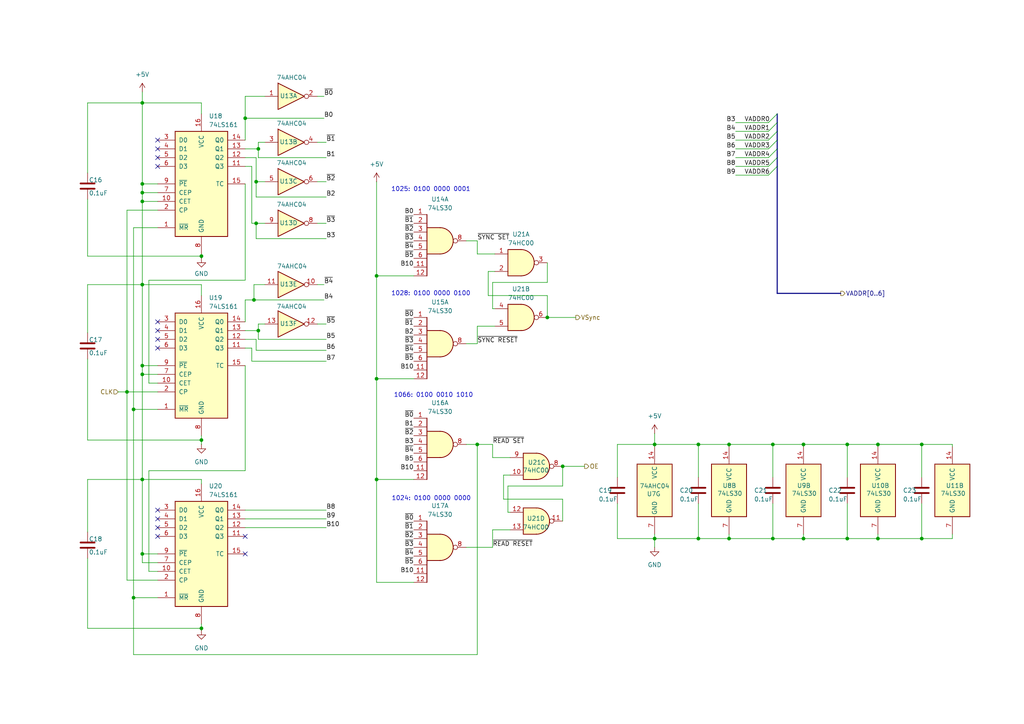
<source format=kicad_sch>
(kicad_sch (version 20250114) (generator "eeschema") (generator_version "9.0")
  (paper "A4")
  (lib_symbols
    (symbol "74xx:74AHC04"
      (property "Reference" "U" (at 0 1.27 0))
      (property "Value" "74AHC04" (at 0 -1.27 0))
      (symbol "74AHC04_1_0"
        (polyline (pts (xy -3.81 3.81) (xy -3.81 -3.81) (xy 3.81 0) (xy -3.81 3.81)) (stroke (width 0.254)) (fill (type background)))
        (pin input line (at -7.62 0 0) (length 3.81) (name "~") (number "1"))
        (pin output inverted (at 7.62 0 180) (length 3.81) (name "~") (number "2"))
      )
      (symbol "74AHC04_2_0"
        (polyline (pts (xy -3.81 3.81) (xy -3.81 -3.81) (xy 3.81 0) (xy -3.81 3.81)) (stroke (width 0.254)) (fill (type background)))
        (pin input line (at -7.62 0 0) (length 3.81) (name "~") (number "3"))
        (pin output inverted (at 7.62 0 180) (length 3.81) (name "~") (number "4"))
      )
      (symbol "74AHC04_3_0"
        (polyline (pts (xy -3.81 3.81) (xy -3.81 -3.81) (xy 3.81 0) (xy -3.81 3.81)) (stroke (width 0.254)) (fill (type background)))
        (pin input line (at -7.62 0 0) (length 3.81) (name "~") (number "5"))
        (pin output inverted (at 7.62 0 180) (length 3.81) (name "~") (number "6"))
      )
      (symbol "74AHC04_4_0"
        (polyline (pts (xy -3.81 3.81) (xy -3.81 -3.81) (xy 3.81 0) (xy -3.81 3.81)) (stroke (width 0.254)) (fill (type background)))
        (pin input line (at -7.62 0 0) (length 3.81) (name "~") (number "9"))
        (pin output inverted (at 7.62 0 180) (length 3.81) (name "~") (number "8"))
      )
      (symbol "74AHC04_5_0"
        (polyline (pts (xy -3.81 3.81) (xy -3.81 -3.81) (xy 3.81 0) (xy -3.81 3.81)) (stroke (width 0.254)) (fill (type background)))
        (pin input line (at -7.62 0 0) (length 3.81) (name "~") (number "11"))
        (pin output inverted (at 7.62 0 180) (length 3.81) (name "~") (number "10"))
      )
      (symbol "74AHC04_6_0"
        (polyline (pts (xy -3.81 3.81) (xy -3.81 -3.81) (xy 3.81 0) (xy -3.81 3.81)) (stroke (width 0.254)) (fill (type background)))
        (pin input line (at -7.62 0 0) (length 3.81) (name "~") (number "13"))
        (pin output inverted (at 7.62 0 180) (length 3.81) (name "~") (number "12"))
      )
      (symbol "74AHC04_7_0"
        (pin power_in line (at 0 12.7 270) (length 5.08) (name "VCC") (number "14"))
        (pin power_in line (at 0 -12.7 90) (length 5.08) (name "GND") (number "7"))
      )
      (symbol "74AHC04_7_1"
        (rectangle (start -5.08 7.62) (end 5.08 -7.62) (stroke (width 0.254)) (fill (type background)))
      )
    )
    (symbol "74xx:74HC00" (pin_names (offset 1.016))
      (property "Reference" "U" (at 0 1.27 0))
      (property "Value" "74HC00" (at 0 -1.27 0))
      (symbol "74HC00_1_1"
        (arc (start 0 3.81) (mid 3.7934 0) (end 0 -3.81) (stroke (width 0.254)) (fill (type background)))
        (polyline (pts (xy 0 3.81) (xy -3.81 3.81) (xy -3.81 -3.81) (xy 0 -3.81)) (stroke (width 0.254)) (fill (type background)))
        (pin input line (at -7.62 2.54 0) (length 3.81) (name "~") (number "1"))
        (pin input line (at -7.62 -2.54 0) (length 3.81) (name "~") (number "2"))
        (pin output inverted (at 7.62 0 180) (length 3.81) (name "~") (number "3"))
      )
      (symbol "74HC00_1_2"
        (arc (start -3.81 3.81) (mid -2.589 0) (end -3.81 -3.81) (stroke (width 0.254)))
        (polyline (pts (xy -3.81 3.81) (xy -0.635 3.81)) (stroke (width 0.254)) (fill (type background)))
        (polyline (pts (xy -3.81 -3.81) (xy -0.635 -3.81)) (stroke (width 0.254)) (fill (type background)))
        (arc (start 3.81 0) (mid 2.1855 -2.584) (end -0.6096 -3.81) (stroke (width 0.254)) (fill (type background)))
        (arc (start -0.6096 3.81) (mid 2.1928 2.5924) (end 3.81 0) (stroke (width 0.254)) (fill (type background)))
        (polyline (pts (xy -0.635 3.81) (xy -3.81 3.81) (xy -3.81 3.81) (xy -3.556 3.4036) (xy -3.0226 2.2606) (xy -2.6924 1.0414) (xy -2.6162 -0.254) (xy -2.7686 -1.4986) (xy -3.175 -2.7178) (xy -3.81 -3.81) (xy -3.81 -3.81) (xy -0.635 -3.81)) (stroke (width -25.4)) (fill (type background)))
        (pin input inverted (at -7.62 2.54 0) (length 4.318) (name "~") (number "1"))
        (pin input inverted (at -7.62 -2.54 0) (length 4.318) (name "~") (number "2"))
        (pin output line (at 7.62 0 180) (length 3.81) (name "~") (number "3"))
      )
      (symbol "74HC00_2_1"
        (arc (start 0 3.81) (mid 3.7934 0) (end 0 -3.81) (stroke (width 0.254)) (fill (type background)))
        (polyline (pts (xy 0 3.81) (xy -3.81 3.81) (xy -3.81 -3.81) (xy 0 -3.81)) (stroke (width 0.254)) (fill (type background)))
        (pin input line (at -7.62 2.54 0) (length 3.81) (name "~") (number "4"))
        (pin input line (at -7.62 -2.54 0) (length 3.81) (name "~") (number "5"))
        (pin output inverted (at 7.62 0 180) (length 3.81) (name "~") (number "6"))
      )
      (symbol "74HC00_2_2"
        (arc (start -3.81 3.81) (mid -2.589 0) (end -3.81 -3.81) (stroke (width 0.254)))
        (polyline (pts (xy -3.81 3.81) (xy -0.635 3.81)) (stroke (width 0.254)) (fill (type background)))
        (polyline (pts (xy -3.81 -3.81) (xy -0.635 -3.81)) (stroke (width 0.254)) (fill (type background)))
        (arc (start 3.81 0) (mid 2.1855 -2.584) (end -0.6096 -3.81) (stroke (width 0.254)) (fill (type background)))
        (arc (start -0.6096 3.81) (mid 2.1928 2.5924) (end 3.81 0) (stroke (width 0.254)) (fill (type background)))
        (polyline (pts (xy -0.635 3.81) (xy -3.81 3.81) (xy -3.81 3.81) (xy -3.556 3.4036) (xy -3.0226 2.2606) (xy -2.6924 1.0414) (xy -2.6162 -0.254) (xy -2.7686 -1.4986) (xy -3.175 -2.7178) (xy -3.81 -3.81) (xy -3.81 -3.81) (xy -0.635 -3.81)) (stroke (width -25.4)) (fill (type background)))
        (pin input inverted (at -7.62 2.54 0) (length 4.318) (name "~") (number "4"))
        (pin input inverted (at -7.62 -2.54 0) (length 4.318) (name "~") (number "5"))
        (pin output line (at 7.62 0 180) (length 3.81) (name "~") (number "6"))
      )
      (symbol "74HC00_3_1"
        (arc (start 0 3.81) (mid 3.7934 0) (end 0 -3.81) (stroke (width 0.254)) (fill (type background)))
        (polyline (pts (xy 0 3.81) (xy -3.81 3.81) (xy -3.81 -3.81) (xy 0 -3.81)) (stroke (width 0.254)) (fill (type background)))
        (pin input line (at -7.62 2.54 0) (length 3.81) (name "~") (number "9"))
        (pin input line (at -7.62 -2.54 0) (length 3.81) (name "~") (number "10"))
        (pin output inverted (at 7.62 0 180) (length 3.81) (name "~") (number "8"))
      )
      (symbol "74HC00_3_2"
        (arc (start -3.81 3.81) (mid -2.589 0) (end -3.81 -3.81) (stroke (width 0.254)))
        (polyline (pts (xy -3.81 3.81) (xy -0.635 3.81)) (stroke (width 0.254)) (fill (type background)))
        (polyline (pts (xy -3.81 -3.81) (xy -0.635 -3.81)) (stroke (width 0.254)) (fill (type background)))
        (arc (start 3.81 0) (mid 2.1855 -2.584) (end -0.6096 -3.81) (stroke (width 0.254)) (fill (type background)))
        (arc (start -0.6096 3.81) (mid 2.1928 2.5924) (end 3.81 0) (stroke (width 0.254)) (fill (type background)))
        (polyline (pts (xy -0.635 3.81) (xy -3.81 3.81) (xy -3.81 3.81) (xy -3.556 3.4036) (xy -3.0226 2.2606) (xy -2.6924 1.0414) (xy -2.6162 -0.254) (xy -2.7686 -1.4986) (xy -3.175 -2.7178) (xy -3.81 -3.81) (xy -3.81 -3.81) (xy -0.635 -3.81)) (stroke (width -25.4)) (fill (type background)))
        (pin input inverted (at -7.62 2.54 0) (length 4.318) (name "~") (number "9"))
        (pin input inverted (at -7.62 -2.54 0) (length 4.318) (name "~") (number "10"))
        (pin output line (at 7.62 0 180) (length 3.81) (name "~") (number "8"))
      )
      (symbol "74HC00_4_1"
        (arc (start 0 3.81) (mid 3.7934 0) (end 0 -3.81) (stroke (width 0.254)) (fill (type background)))
        (polyline (pts (xy 0 3.81) (xy -3.81 3.81) (xy -3.81 -3.81) (xy 0 -3.81)) (stroke (width 0.254)) (fill (type background)))
        (pin input line (at -7.62 2.54 0) (length 3.81) (name "~") (number "12"))
        (pin input line (at -7.62 -2.54 0) (length 3.81) (name "~") (number "13"))
        (pin output inverted (at 7.62 0 180) (length 3.81) (name "~") (number "11"))
      )
      (symbol "74HC00_4_2"
        (arc (start -3.81 3.81) (mid -2.589 0) (end -3.81 -3.81) (stroke (width 0.254)))
        (polyline (pts (xy -3.81 3.81) (xy -0.635 3.81)) (stroke (width 0.254)) (fill (type background)))
        (polyline (pts (xy -3.81 -3.81) (xy -0.635 -3.81)) (stroke (width 0.254)) (fill (type background)))
        (arc (start 3.81 0) (mid 2.1855 -2.584) (end -0.6096 -3.81) (stroke (width 0.254)) (fill (type background)))
        (arc (start -0.6096 3.81) (mid 2.1928 2.5924) (end 3.81 0) (stroke (width 0.254)) (fill (type background)))
        (polyline (pts (xy -0.635 3.81) (xy -3.81 3.81) (xy -3.81 3.81) (xy -3.556 3.4036) (xy -3.0226 2.2606) (xy -2.6924 1.0414) (xy -2.6162 -0.254) (xy -2.7686 -1.4986) (xy -3.175 -2.7178) (xy -3.81 -3.81) (xy -3.81 -3.81) (xy -0.635 -3.81)) (stroke (width -25.4)) (fill (type background)))
        (pin input inverted (at -7.62 2.54 0) (length 4.318) (name "~") (number "12"))
        (pin input inverted (at -7.62 -2.54 0) (length 4.318) (name "~") (number "13"))
        (pin output line (at 7.62 0 180) (length 3.81) (name "~") (number "11"))
      )
      (symbol "74HC00_5_0"
        (pin power_in line (at 0 12.7 270) (length 5.08) (name "VCC") (number "14"))
        (pin power_in line (at 0 -12.7 90) (length 5.08) (name "GND") (number "7"))
      )
      (symbol "74HC00_5_1"
        (rectangle (start -5.08 7.62) (end 5.08 -7.62) (stroke (width 0.254)) (fill (type background)))
      )
    )
    (symbol "74xx:74LS161" (pin_names (offset 1.016))
      (property "Reference" "U" (at -7.62 16.51 0))
      (property "Value" "74LS161" (at -7.62 -16.51 0))
      (symbol "74LS161_1_0"
        (pin input line (at -12.7 12.7 0) (length 5.08) (name "D0") (number "3"))
        (pin input line (at -12.7 10.16 0) (length 5.08) (name "D1") (number "4"))
        (pin input line (at -12.7 7.62 0) (length 5.08) (name "D2") (number "5"))
        (pin input line (at -12.7 5.08 0) (length 5.08) (name "D3") (number "6"))
        (pin input line (at -12.7 0 0) (length 5.08) (name "~{PE}") (number "9"))
        (pin input line (at -12.7 -2.54 0) (length 5.08) (name "CEP") (number "7"))
        (pin input line (at -12.7 -5.08 0) (length 5.08) (name "CET") (number "10"))
        (pin input line (at -12.7 -7.62 0) (length 5.08) (name "CP") (number "2"))
        (pin input line (at -12.7 -12.7 0) (length 5.08) (name "~{MR}") (number "1"))
        (pin power_in line (at 0 20.32 270) (length 5.08) (name "VCC") (number "16"))
        (pin power_in line (at 0 -20.32 90) (length 5.08) (name "GND") (number "8"))
        (pin output line (at 12.7 12.7 180) (length 5.08) (name "Q0") (number "14"))
        (pin output line (at 12.7 10.16 180) (length 5.08) (name "Q1") (number "13"))
        (pin output line (at 12.7 7.62 180) (length 5.08) (name "Q2") (number "12"))
        (pin output line (at 12.7 5.08 180) (length 5.08) (name "Q3") (number "11"))
        (pin output line (at 12.7 0 180) (length 5.08) (name "TC") (number "15"))
      )
      (symbol "74LS161_1_1"
        (rectangle (start -7.62 15.24) (end 7.62 -15.24) (stroke (width 0.254)) (fill (type background)))
      )
    )
    (symbol "74xx:74LS30" (pin_names (offset 1.016))
      (property "Reference" "U" (at 0 1.27 0))
      (property "Value" "74LS30" (at 0 -1.27 0))
      (symbol "74LS30_1_1"
        (polyline (pts (xy -3.81 7.62) (xy -3.81 -10.16)) (stroke (width 0.254)))
        (arc (start 0 3.81) (mid 3.7934 0) (end 0 -3.81) (stroke (width 0.254)) (fill (type background)))
        (polyline (pts (xy 0 3.81) (xy -3.81 3.81) (xy -3.81 -3.81) (xy 0 -3.81)) (stroke (width 0.254)) (fill (type background)))
        (pin input line (at -7.62 7.62 0) (length 3.81) (name "~") (number "1"))
        (pin input line (at -7.62 5.08 0) (length 3.81) (name "~") (number "2"))
        (pin input line (at -7.62 2.54 0) (length 3.81) (name "~") (number "3"))
        (pin input line (at -7.62 0 0) (length 3.81) (name "~") (number "4"))
        (pin input line (at -7.62 -2.54 0) (length 3.81) (name "~") (number "5"))
        (pin input line (at -7.62 -5.08 0) (length 3.81) (name "~") (number "6"))
        (pin input line (at -7.62 -7.62 0) (length 3.81) (name "~") (number "11"))
        (pin input line (at -7.62 -10.16 0) (length 3.81) (name "~") (number "12"))
        (pin output inverted (at 7.62 0 180) (length 3.81) (name "~") (number "8"))
      )
      (symbol "74LS30_1_2"
        (arc (start -3.81 3.81) (mid -2.589 0) (end -3.81 -3.81) (stroke (width 0.254)))
        (polyline (pts (xy -3.81 7.62) (xy -3.81 3.81)) (stroke (width 0.254)))
        (polyline (pts (xy -3.81 3.81) (xy -0.635 3.81)) (stroke (width 0.254)) (fill (type background)))
        (polyline (pts (xy -3.81 -3.81) (xy -3.81 -10.16)) (stroke (width 0.254)))
        (polyline (pts (xy -3.81 -3.81) (xy -0.635 -3.81)) (stroke (width 0.254)) (fill (type background)))
        (arc (start 3.81 0) (mid 2.1855 -2.584) (end -0.6096 -3.81) (stroke (width 0.254)) (fill (type background)))
        (arc (start -0.6096 3.81) (mid 2.1928 2.5924) (end 3.81 0) (stroke (width 0.254)) (fill (type background)))
        (polyline (pts (xy -0.635 3.81) (xy -3.81 3.81) (xy -3.81 3.81) (xy -3.556 3.4036) (xy -3.0226 2.2606) (xy -2.6924 1.0414) (xy -2.6162 -0.254) (xy -2.7686 -1.4986) (xy -3.175 -2.7178) (xy -3.81 -3.81) (xy -3.81 -3.81) (xy -0.635 -3.81)) (stroke (width -25.4)) (fill (type background)))
        (pin input inverted (at -7.62 7.62 0) (length 3.81) (name "~") (number "1"))
        (pin input inverted (at -7.62 5.08 0) (length 3.81) (name "~") (number "2"))
        (pin input inverted (at -7.62 2.54 0) (length 4.5466) (name "~") (number "3"))
        (pin input inverted (at -7.62 0 0) (length 5.08) (name "~") (number "4"))
        (pin input inverted (at -7.62 -2.54 0) (length 4.5466) (name "~") (number "5"))
        (pin input inverted (at -7.62 -5.08 0) (length 3.81) (name "~") (number "6"))
        (pin input inverted (at -7.62 -7.62 0) (length 3.81) (name "~") (number "11"))
        (pin input inverted (at -7.62 -10.16 0) (length 3.81) (name "~") (number "12"))
        (pin output line (at 7.62 0 180) (length 3.81) (name "~") (number "8"))
      )
      (symbol "74LS30_2_0"
        (pin power_in line (at 0 12.7 270) (length 5.08) (name "VCC") (number "14"))
        (pin power_in line (at 0 -12.7 90) (length 5.08) (name "GND") (number "7"))
      )
      (symbol "74LS30_2_1"
        (rectangle (start -5.08 7.62) (end 5.08 -7.62) (stroke (width 0.254)) (fill (type background)))
      )
    )
    (symbol "Device:C" (pin_numbers (hide yes)) (pin_names (offset 0.254))
      (property "Reference" "C" (at 0.635 2.54 0))
      (property "Value" "C" (at 0.635 -2.54 0))
      (symbol "C_0_1"
        (polyline (pts (xy -2.032 0.762) (xy 2.032 0.762)) (stroke (width 0.508)))
        (polyline (pts (xy -2.032 -0.762) (xy 2.032 -0.762)) (stroke (width 0.508)))
      )
      (symbol "C_1_1"
        (pin passive line (at 0 3.81 270) (length 2.794) (name "~") (number "1"))
        (pin passive line (at 0 -3.81 90) (length 2.794) (name "~") (number "2"))
      )
    )
    (symbol "power:+5V" (power) (pin_numbers (hide yes)) (pin_names (offset 0) (hide yes))
      (property "Value" "+5V" (at 0 3.556 0))
      (symbol "+5V_0_1"
        (polyline (pts (xy -0.762 1.27) (xy 0 2.54)))
        (polyline (pts (xy 0 2.54) (xy 0.762 1.27)))
        (polyline (pts (xy 0 0) (xy 0 2.54)))
      )
      (symbol "+5V_1_1"
        (pin power_in line (at 0 0 90) (length 0) (name "~") (number "1"))
      )
    )
    (symbol "power:GND" (power) (pin_numbers (hide yes)) (pin_names (offset 0) (hide yes))
      (property "Value" "GND" (at 0 -3.81 0))
      (symbol "GND_0_1"
        (polyline (pts (xy 0 0) (xy 0 -1.27) (xy 1.27 -1.27) (xy 0 -2.54) (xy -1.27 -1.27) (xy 0 -1.27)))
      )
      (symbol "GND_1_1"
        (pin power_in line (at 0 0 270) (length 0) (name "~") (number "1"))
      )
    )
  )
  (text "1024: 0100 0000 0000\n\n" (at 125.095 145.669 0) (effects (font (size 1.27 1.27))))
  (text "1028: 0100 0000 0100" (at 124.968 85.217 0) (effects (font (size 1.27 1.27))))
  (text "1066: 0100 0010 1010" (at 125.73 114.681 0) (effects (font (size 1.27 1.27))))
  (text "1025: 0100 0000 0001" (at 124.968 54.991 0) (effects (font (size 1.27 1.27))))
  (junction (at 41.275 108.585))
  (junction (at 38.735 118.745))
  (junction (at 41.275 139.065))
  (junction (at 74.93 43.18))
  (junction (at 58.42 127.635))
  (junction (at 109.22 139.065))
  (junction (at 224.155 128.905))
  (junction (at 109.22 109.855))
  (junction (at 254.635 128.905))
  (junction (at 41.275 160.655))
  (junction (at 202.565 156.21))
  (junction (at 36.83 113.665))
  (junction (at 267.335 156.21))
  (junction (at 41.275 58.42))
  (junction (at 41.275 82.55))
  (junction (at 73.66 86.995))
  (junction (at 211.455 128.905))
  (junction (at 163.195 135.255))
  (junction (at 71.12 34.29))
  (junction (at 109.22 80.01))
  (junction (at 74.295 64.77))
  (junction (at 189.865 156.21))
  (junction (at 41.275 106.045))
  (junction (at 74.295 52.705))
  (junction (at 41.275 55.88))
  (junction (at 267.335 128.905))
  (junction (at 202.565 128.905))
  (junction (at 245.745 156.21))
  (junction (at 41.275 53.34))
  (junction (at 211.455 156.21))
  (junction (at 189.865 128.905))
  (junction (at 233.045 128.905))
  (junction (at 245.745 128.905))
  (junction (at 58.42 74.295))
  (junction (at 74.93 95.885))
  (junction (at 233.045 156.21))
  (junction (at 38.735 173.355))
  (junction (at 158.75 92.075))
  (junction (at 41.275 29.845))
  (junction (at 138.43 128.905))
  (junction (at 224.155 156.21))
  (junction (at 58.42 182.245))
  (junction (at 254.635 156.21))
  (no_connect (at 45.72 155.575))
  (no_connect (at 45.72 93.345))
  (no_connect (at 45.72 98.425))
  (no_connect (at 45.72 100.965))
  (no_connect (at 45.72 48.26))
  (no_connect (at 45.72 150.495))
  (no_connect (at 45.72 147.955))
  (no_connect (at 71.12 155.575))
  (no_connect (at 45.72 153.035))
  (no_connect (at 45.72 45.72))
  (no_connect (at 45.72 43.18))
  (no_connect (at 45.72 40.64))
  (no_connect (at 71.12 160.655))
  (no_connect (at 45.72 95.885))
  (bus_entry (at 225.425 48.26) (size -2.54 2.54))
  (bus_entry (at 225.425 43.18) (size -2.54 2.54))
  (bus_entry (at 225.425 38.1) (size -2.54 2.54))
  (bus_entry (at 225.425 35.56) (size -2.54 2.54))
  (bus_entry (at 225.425 45.72) (size -2.54 2.54))
  (bus_entry (at 225.425 40.64) (size -2.54 2.54))
  (bus_entry (at 225.425 33.02) (size -2.54 2.54))
  (wire (pts (xy 267.335 156.21) (xy 276.225 156.21)))
  (wire (pts (xy 25.4 82.55) (xy 25.4 96.52)))
  (wire (pts (xy 25.4 161.925) (xy 25.4 182.245)))
  (wire (pts (xy 58.42 29.845) (xy 58.42 33.02)))
  (wire (pts (xy 120.015 168.91) (xy 109.22 168.91)))
  (wire (pts (xy 71.12 81.28) (xy 71.12 53.34)))
  (wire (pts (xy 245.745 138.43) (xy 245.745 128.905)))
  (wire (pts (xy 74.93 98.425) (xy 74.93 95.885)))
  (wire (pts (xy 93.98 86.995) (xy 73.66 86.995)))
  (bus (pts (xy 225.425 43.18) (xy 225.425 45.72)))
  (wire (pts (xy 254.635 156.21) (xy 267.335 156.21)))
  (wire (pts (xy 233.045 128.905) (xy 245.745 128.905)))
  (wire (pts (xy 41.275 106.045) (xy 45.72 106.045)))
  (wire (pts (xy 213.36 50.8) (xy 222.885 50.8)))
  (wire (pts (xy 202.565 146.05) (xy 202.565 156.21)))
  (wire (pts (xy 41.275 160.655) (xy 41.275 163.195)))
  (wire (pts (xy 71.12 48.26) (xy 73.025 48.26)))
  (wire (pts (xy 213.36 43.18) (xy 222.885 43.18)))
  (wire (pts (xy 38.735 66.04) (xy 45.72 66.04)))
  (wire (pts (xy 211.455 156.21) (xy 211.455 154.94)))
  (wire (pts (xy 71.12 150.495) (xy 94.615 150.495)))
  (wire (pts (xy 43.18 111.125) (xy 43.18 81.28)))
  (wire (pts (xy 135.255 158.75) (xy 142.875 158.75)))
  (bus (pts (xy 225.425 35.56) (xy 225.425 38.1)))
  (wire (pts (xy 41.275 139.065) (xy 41.275 108.585)))
  (wire (pts (xy 41.275 82.55) (xy 41.275 106.045)))
  (wire (pts (xy 74.295 98.425) (xy 74.295 101.6)))
  (wire (pts (xy 73.66 82.55) (xy 76.835 82.55)))
  (wire (pts (xy 142.875 89.535) (xy 143.51 89.535)))
  (wire (pts (xy 74.93 41.275) (xy 76.835 41.275)))
  (wire (pts (xy 43.18 165.735) (xy 43.18 136.525)))
  (wire (pts (xy 141.605 78.74) (xy 141.605 85.725)))
  (wire (pts (xy 43.18 81.28) (xy 71.12 81.28)))
  (wire (pts (xy 76.835 27.94) (xy 71.12 27.94)))
  (wire (pts (xy 58.42 74.93) (xy 58.42 74.295)))
  (wire (pts (xy 224.155 146.05) (xy 224.155 156.21)))
  (wire (pts (xy 138.43 69.85) (xy 135.255 69.85)))
  (wire (pts (xy 233.045 128.905) (xy 233.045 129.54)))
  (wire (pts (xy 25.4 127.635) (xy 58.42 127.635)))
  (wire (pts (xy 189.865 128.905) (xy 189.865 129.54)))
  (wire (pts (xy 41.275 58.42) (xy 45.72 58.42)))
  (wire (pts (xy 92.075 27.94) (xy 93.98 27.94)))
  (wire (pts (xy 142.875 153.67) (xy 142.875 158.75)))
  (wire (pts (xy 109.22 139.065) (xy 120.015 139.065)))
  (wire (pts (xy 142.875 128.905) (xy 142.875 132.715)))
  (wire (pts (xy 43.18 111.125) (xy 45.72 111.125)))
  (wire (pts (xy 38.735 173.355) (xy 38.735 118.745)))
  (wire (pts (xy 41.275 29.845) (xy 41.275 26.67)))
  (wire (pts (xy 74.93 41.275) (xy 74.93 43.18)))
  (wire (pts (xy 36.83 168.275) (xy 36.83 113.665)))
  (wire (pts (xy 213.36 40.64) (xy 222.885 40.64)))
  (wire (pts (xy 138.43 94.615) (xy 138.43 99.695)))
  (wire (pts (xy 92.075 52.705) (xy 94.615 52.705)))
  (bus (pts (xy 225.425 38.1) (xy 225.425 40.64)))
  (wire (pts (xy 58.42 180.975) (xy 58.42 182.245)))
  (wire (pts (xy 41.275 53.34) (xy 45.72 53.34)))
  (wire (pts (xy 146.05 144.78) (xy 163.195 144.78)))
  (wire (pts (xy 142.875 153.67) (xy 147.955 153.67)))
  (wire (pts (xy 25.4 29.845) (xy 25.4 50.165)))
  (wire (pts (xy 41.275 29.845) (xy 25.4 29.845)))
  (wire (pts (xy 71.12 95.885) (xy 74.93 95.885)))
  (wire (pts (xy 254.635 156.21) (xy 254.635 154.94)))
  (wire (pts (xy 141.605 85.725) (xy 158.75 85.725)))
  (wire (pts (xy 73.025 100.965) (xy 73.025 104.775)))
  (wire (pts (xy 58.42 140.335) (xy 58.42 139.065)))
  (wire (pts (xy 45.72 165.735) (xy 43.18 165.735)))
  (wire (pts (xy 109.22 109.855) (xy 109.22 139.065)))
  (wire (pts (xy 138.43 128.905) (xy 142.875 128.905)))
  (bus (pts (xy 225.425 45.72) (xy 225.425 48.26)))
  (wire (pts (xy 38.735 189.865) (xy 38.735 173.355)))
  (wire (pts (xy 73.025 48.26) (xy 73.025 64.77)))
  (bus (pts (xy 225.425 48.26) (xy 225.425 85.09)))
  (wire (pts (xy 158.75 85.725) (xy 158.75 92.075)))
  (wire (pts (xy 41.275 108.585) (xy 45.72 108.585)))
  (bus (pts (xy 225.425 33.02) (xy 225.425 35.56)))
  (wire (pts (xy 71.12 45.72) (xy 74.295 45.72)))
  (wire (pts (xy 41.275 82.55) (xy 25.4 82.55)))
  (wire (pts (xy 211.455 156.21) (xy 224.155 156.21)))
  (wire (pts (xy 41.275 106.045) (xy 41.275 108.585)))
  (wire (pts (xy 36.83 113.665) (xy 45.72 113.665)))
  (wire (pts (xy 138.43 128.905) (xy 138.43 189.865)))
  (wire (pts (xy 58.42 182.245) (xy 58.42 182.88)))
  (wire (pts (xy 94.615 57.15) (xy 74.295 57.15)))
  (wire (pts (xy 109.22 109.855) (xy 120.015 109.855)))
  (wire (pts (xy 147.32 148.59) (xy 147.955 148.59)))
  (wire (pts (xy 213.36 45.72) (xy 222.885 45.72)))
  (wire (pts (xy 41.275 29.845) (xy 58.42 29.845)))
  (wire (pts (xy 94.615 98.425) (xy 74.93 98.425)))
  (wire (pts (xy 71.12 153.035) (xy 94.615 153.035)))
  (wire (pts (xy 73.66 86.995) (xy 73.66 82.55)))
  (wire (pts (xy 189.865 128.905) (xy 202.565 128.905)))
  (wire (pts (xy 109.22 168.91) (xy 109.22 139.065)))
  (wire (pts (xy 135.255 99.695) (xy 138.43 99.695)))
  (wire (pts (xy 34.29 113.665) (xy 36.83 113.665)))
  (wire (pts (xy 92.075 93.98) (xy 94.615 93.98)))
  (wire (pts (xy 224.155 128.905) (xy 233.045 128.905)))
  (wire (pts (xy 74.93 45.72) (xy 74.93 43.18)))
  (wire (pts (xy 38.735 118.745) (xy 45.72 118.745)))
  (wire (pts (xy 71.12 136.525) (xy 71.12 106.045)))
  (wire (pts (xy 147.955 137.795) (xy 146.05 137.795)))
  (wire (pts (xy 41.275 55.88) (xy 45.72 55.88)))
  (wire (pts (xy 58.42 139.065) (xy 41.275 139.065)))
  (wire (pts (xy 41.275 53.34) (xy 41.275 55.88)))
  (wire (pts (xy 213.36 35.56) (xy 222.885 35.56)))
  (wire (pts (xy 74.295 45.72) (xy 74.295 52.705)))
  (wire (pts (xy 109.22 52.705) (xy 109.22 80.01)))
  (wire (pts (xy 189.865 156.21) (xy 202.565 156.21)))
  (wire (pts (xy 163.195 135.255) (xy 163.195 140.97)))
  (wire (pts (xy 109.22 80.01) (xy 120.015 80.01)))
  (wire (pts (xy 213.36 48.26) (xy 222.885 48.26)))
  (wire (pts (xy 94.615 45.72) (xy 74.93 45.72)))
  (wire (pts (xy 202.565 128.905) (xy 211.455 128.905)))
  (wire (pts (xy 74.295 64.77) (xy 76.835 64.77)))
  (wire (pts (xy 142.875 81.915) (xy 142.875 89.535)))
  (wire (pts (xy 211.455 128.905) (xy 224.155 128.905)))
  (wire (pts (xy 36.83 60.96) (xy 45.72 60.96)))
  (wire (pts (xy 245.745 146.05) (xy 245.745 156.21)))
  (wire (pts (xy 74.93 93.98) (xy 74.93 95.885)))
  (wire (pts (xy 276.225 156.21) (xy 276.225 154.94)))
  (wire (pts (xy 71.12 147.955) (xy 94.615 147.955)))
  (wire (pts (xy 73.66 86.995) (xy 71.12 86.995)))
  (wire (pts (xy 92.075 82.55) (xy 93.98 82.55)))
  (wire (pts (xy 92.075 41.275) (xy 94.615 41.275)))
  (wire (pts (xy 71.12 100.965) (xy 73.025 100.965)))
  (wire (pts (xy 94.615 69.215) (xy 74.295 69.215)))
  (wire (pts (xy 38.735 173.355) (xy 45.72 173.355)))
  (wire (pts (xy 58.42 182.245) (xy 25.4 182.245)))
  (wire (pts (xy 189.865 154.94) (xy 189.865 156.21)))
  (wire (pts (xy 41.275 139.065) (xy 41.275 160.655)))
  (wire (pts (xy 58.42 128.905) (xy 58.42 127.635)))
  (wire (pts (xy 92.075 64.77) (xy 94.615 64.77)))
  (wire (pts (xy 41.275 82.55) (xy 58.42 82.55)))
  (wire (pts (xy 163.195 135.255) (xy 169.545 135.255)))
  (wire (pts (xy 189.865 125.73) (xy 189.865 128.905)))
  (wire (pts (xy 267.335 146.05) (xy 267.335 156.21)))
  (wire (pts (xy 138.43 94.615) (xy 143.51 94.615)))
  (wire (pts (xy 71.12 34.29) (xy 93.98 34.29)))
  (wire (pts (xy 158.75 92.075) (xy 167.005 92.075)))
  (wire (pts (xy 43.18 136.525) (xy 71.12 136.525)))
  (wire (pts (xy 41.275 55.88) (xy 41.275 58.42)))
  (wire (pts (xy 58.42 127.635) (xy 58.42 126.365)))
  (wire (pts (xy 189.865 156.21) (xy 189.865 158.75)))
  (wire (pts (xy 202.565 156.21) (xy 211.455 156.21)))
  (bus (pts (xy 225.425 40.64) (xy 225.425 43.18)))
  (wire (pts (xy 25.4 74.295) (xy 58.42 74.295)))
  (wire (pts (xy 138.43 189.865) (xy 38.735 189.865)))
  (wire (pts (xy 267.335 138.43) (xy 267.335 128.905)))
  (wire (pts (xy 73.025 64.77) (xy 74.295 64.77)))
  (wire (pts (xy 213.36 38.1) (xy 222.885 38.1)))
  (wire (pts (xy 71.12 86.995) (xy 71.12 93.345)))
  (wire (pts (xy 41.275 163.195) (xy 45.72 163.195)))
  (wire (pts (xy 254.635 128.905) (xy 267.335 128.905)))
  (bus (pts (xy 225.425 85.09) (xy 243.84 85.09)))
  (wire (pts (xy 71.12 43.18) (xy 74.93 43.18)))
  (wire (pts (xy 179.07 128.905) (xy 179.07 138.43)))
  (wire (pts (xy 74.295 52.705) (xy 74.295 57.15)))
  (wire (pts (xy 245.745 128.905) (xy 254.635 128.905)))
  (wire (pts (xy 41.275 160.655) (xy 45.72 160.655)))
  (wire (pts (xy 36.83 113.665) (xy 36.83 60.96)))
  (wire (pts (xy 74.93 93.98) (xy 76.835 93.98)))
  (wire (pts (xy 94.615 101.6) (xy 74.295 101.6)))
  (wire (pts (xy 224.155 138.43) (xy 224.155 128.905)))
  (wire (pts (xy 74.295 52.705) (xy 76.835 52.705)))
  (wire (pts (xy 267.335 128.905) (xy 276.225 128.905)))
  (wire (pts (xy 74.295 64.77) (xy 74.295 69.215)))
  (wire (pts (xy 71.12 34.29) (xy 71.12 40.64)))
  (wire (pts (xy 276.225 128.905) (xy 276.225 129.54)))
  (wire (pts (xy 41.275 58.42) (xy 41.275 82.55)))
  (wire (pts (xy 25.4 57.785) (xy 25.4 74.295)))
  (wire (pts (xy 158.75 81.915) (xy 142.875 81.915)))
  (wire (pts (xy 189.865 156.21) (xy 179.07 156.21)))
  (wire (pts (xy 142.875 132.715) (xy 147.955 132.715)))
  (wire (pts (xy 224.155 156.21) (xy 233.045 156.21)))
  (wire (pts (xy 163.195 144.78) (xy 163.195 151.13)))
  (wire (pts (xy 109.22 80.01) (xy 109.22 109.855)))
  (wire (pts (xy 71.12 27.94) (xy 71.12 34.29)))
  (wire (pts (xy 179.07 128.905) (xy 189.865 128.905)))
  (wire (pts (xy 25.4 139.065) (xy 25.4 154.305)))
  (wire (pts (xy 211.455 128.905) (xy 211.455 129.54)))
  (wire (pts (xy 138.43 69.85) (xy 138.43 73.66)))
  (wire (pts (xy 38.735 66.04) (xy 38.735 118.745)))
  (wire (pts (xy 147.32 140.97) (xy 147.32 148.59)))
  (wire (pts (xy 163.195 140.97) (xy 147.32 140.97)))
  (wire (pts (xy 41.275 29.845) (xy 41.275 53.34)))
  (wire (pts (xy 94.615 104.775) (xy 73.025 104.775)))
  (wire (pts (xy 135.255 128.905) (xy 138.43 128.905)))
  (wire (pts (xy 41.275 139.065) (xy 25.4 139.065)))
  (wire (pts (xy 179.07 146.05) (xy 179.07 156.21)))
  (wire (pts (xy 58.42 74.295) (xy 58.42 73.66)))
  (wire (pts (xy 254.635 128.905) (xy 254.635 129.54)))
  (wire (pts (xy 25.4 104.14) (xy 25.4 127.635)))
  (wire (pts (xy 202.565 138.43) (xy 202.565 128.905)))
  (wire (pts (xy 245.745 156.21) (xy 254.635 156.21)))
  (wire (pts (xy 45.72 168.275) (xy 36.83 168.275)))
  (wire (pts (xy 233.045 156.21) (xy 233.045 154.94)))
  (wire (pts (xy 138.43 73.66) (xy 143.51 73.66)))
  (wire (pts (xy 58.42 82.55) (xy 58.42 85.725)))
  (wire (pts (xy 143.51 78.74) (xy 141.605 78.74)))
  (wire (pts (xy 233.045 156.21) (xy 245.745 156.21)))
  (wire (pts (xy 146.05 137.795) (xy 146.05 144.78)))
  (wire (pts (xy 158.75 76.2) (xy 158.75 81.915)))
  (wire (pts (xy 71.12 98.425) (xy 74.295 98.425)))
  (label "B3" (at 94.615 69.215 0))
  (label "~{B1}" (at 94.615 41.275 0))
  (label "~{B1}" (at 120.015 94.615 180))
  (label "B10" (at 120.015 136.525 180))
  (label "~{B5}" (at 120.015 163.83 180))
  (label "~{B5}" (at 120.015 74.93 180))
  (label "VADDR0" (at 215.9 35.56 0))
  (label "~{READ SET}" (at 142.875 128.905 0))
  (label "~{B4}" (at 93.98 82.55 0))
  (label "~{B2}" (at 94.615 52.705 0))
  (label "~{B0}" (at 120.015 121.285 180))
  (label "~{SYNC SET}" (at 138.43 69.85 0))
  (label "~{B1}" (at 120.015 153.67 180))
  (label "~{B3}" (at 120.015 158.75 180))
  (label "~{B3}" (at 120.015 99.695 180))
  (label "B8" (at 94.615 147.955 0))
  (label "~{B5}" (at 94.615 93.98 0))
  (label "B1" (at 94.615 45.72 0))
  (label "~{B4}" (at 120.015 161.29 180))
  (label "B10" (at 120.015 166.37 180))
  (label "B4" (at 213.36 38.1 180))
  (label "~{SYNC RESET}" (at 138.43 99.695 0))
  (label "B0" (at 120.015 62.23 180))
  (label "B7" (at 94.615 104.775 0))
  (label "~{B4}" (at 120.015 72.39 180))
  (label "B5" (at 213.36 40.64 180))
  (label "~{B3}" (at 120.015 69.85 180))
  (label "~{B3}" (at 94.615 64.77 0))
  (label "B0" (at 93.98 34.29 0))
  (label "~{B5}" (at 120.015 104.775 180))
  (label "~{B1}" (at 120.015 64.77 180))
  (label "B7" (at 213.36 45.72 180))
  (label "B9" (at 213.36 50.8 180))
  (label "B3" (at 213.36 35.56 180))
  (label "B6" (at 213.36 43.18 180))
  (label "~{B0}" (at 120.015 151.13 180))
  (label "B9" (at 94.615 150.495 0))
  (label "B8" (at 213.36 48.26 180))
  (label "B1" (at 120.015 123.825 180))
  (label "VADDR6" (at 215.9 50.8 0))
  (label "~{B0}" (at 93.98 27.94 0))
  (label "B2" (at 94.615 57.15 0))
  (label "B5" (at 94.615 98.425 0))
  (label "B4" (at 93.98 86.995 0))
  (label "~{B4}" (at 120.015 131.445 180))
  (label "B10" (at 94.615 153.035 0))
  (label "~{READ RESET}" (at 142.875 158.75 0))
  (label "B5" (at 120.015 133.985 180))
  (label "B10" (at 120.015 77.47 180))
  (label "VADDR3" (at 215.9 43.18 0))
  (label "B2" (at 120.015 97.155 180))
  (label "~{B2}" (at 120.015 126.365 180))
  (label "B6" (at 94.615 101.6 0))
  (label "B10" (at 120.015 107.315 180))
  (label "VADDR5" (at 215.9 48.26 0))
  (label "~{B2}" (at 120.015 67.31 180))
  (label "~{B4}" (at 120.015 102.235 180))
  (label "VADDR4" (at 215.9 45.72 0))
  (label "~{B2}" (at 120.015 156.21 180))
  (label "VADDR2" (at 215.9 40.64 0))
  (label "VADDR1" (at 215.9 38.1 0))
  (label "B3" (at 120.015 128.905 180))
  (label "~{B0}" (at 120.015 92.075 180))
  (hierarchical_label "CLK" (shape input) (at 34.29 113.665 180))
  (hierarchical_label "VSync" (shape output) (at 167.005 92.075 0))
  (hierarchical_label "OE" (shape output) (at 169.545 135.255 0))
  (hierarchical_label "VADDR[0..6]" (shape output) (at 243.84 85.09 0))
  (symbol (lib_id "74xx:74HC00") (at 155.575 151.13 0) (unit 4)
    (property "Reference" "U21" (at 155.448 150.368 0))
    (property "Value" "74HC00" (at 155.448 152.908 0))
    (property "Footprint" "Package_SO:SOIC-14_3.9x8.7mm_P1.27mm" (effects (hide yes)))
    (property "Datasheet" "http://www.ti.com/lit/gpn/sn74hc00" (effects (hide yes)))
    (property "Description" "quad 2-input NAND gate" (effects (hide yes)))
  )
  (symbol (lib_id "74xx:74LS30") (at 127.635 128.905 0) (unit 1)
    (property "Reference" "U16" (at 127.6267 116.84 0))
    (property "Value" "74LS30" (at 127.6267 119.38 0))
    (property "Footprint" "Package_SO:SOIC-14_3.9x8.7mm_P1.27mm" (effects (hide yes)))
    (property "Datasheet" "http://www.ti.com/lit/gpn/sn74LS30" (effects (hide yes)))
    (property "Description" "8-input NAND" (effects (hide yes)))
  )
  (symbol (lib_id "74xx:74LS30") (at 127.635 158.75 0) (unit 1)
    (property "Reference" "U17" (at 127.6267 146.685 0))
    (property "Value" "74LS30" (at 127.6267 149.225 0))
    (property "Footprint" "Package_SO:SOIC-14_3.9x8.7mm_P1.27mm" (effects (hide yes)))
    (property "Datasheet" "http://www.ti.com/lit/gpn/sn74LS30" (effects (hide yes)))
    (property "Description" "8-input NAND" (effects (hide yes)))
  )
  (symbol (lib_id "power:+5V") (at 109.22 52.705 0) (unit 1)
    (property "Reference" "#PWR022" (effects (hide yes)))
    (property "Value" "+5V" (at 109.22 47.625 0))
    (property "Description" "Power symbol creates a global label with name \"+5V\"" (effects (hide yes)))
  )
  (symbol (lib_id "74xx:74AHC04") (at 84.455 41.275 0) (unit 2)
    (property "Reference" "U13" (at 83.693 41.148 0))
    (property "Value" "74AHC04" (at 84.582 35.814 0))
    (property "Footprint" "Package_SO:SOIC-14_3.9x8.7mm_P1.27mm" (effects (hide yes)))
    (property "Datasheet" "https://assets.nexperia.com/documents/data-sheet/74AHC_AHCT04.pdf" (effects (hide yes)))
    (property "Description" "Hex Inverter" (effects (hide yes)))
  )
  (symbol (lib_id "power:GND") (at 58.42 128.905 0) (unit 1)
    (property "Reference" "#PWR020" (effects (hide yes)))
    (property "Value" "GND" (at 58.42 133.985 0))
    (property "Description" "Power symbol creates a global label with name \"GND\" , ground" (effects (hide yes)))
  )
  (symbol (lib_id "power:+5V") (at 41.275 26.67 0) (unit 1)
    (property "Reference" "#PWR018" (effects (hide yes)))
    (property "Value" "+5V" (at 41.275 21.59 0))
    (property "Description" "Power symbol creates a global label with name \"+5V\"" (effects (hide yes)))
  )
  (symbol (lib_id "74xx:74LS161") (at 58.42 160.655 0) (unit 1)
    (property "Reference" "U20" (at 60.5633 140.97 0) (effects (justify left)))
    (property "Value" "74LS161" (at 60.5633 143.51 0) (effects (justify left)))
    (property "Footprint" "Package_SO:SOIC-16_3.9x9.9mm_P1.27mm" (effects (hide yes)))
    (property "Datasheet" "http://www.ti.com/lit/gpn/sn74LS161" (effects (hide yes)))
    (property "Description" "Synchronous 4-bit programmable binary Counter" (effects (hide yes)))
  )
  (symbol (lib_id "74xx:74AHC04") (at 84.455 93.98 0) (unit 6)
    (property "Reference" "U13" (at 83.693 93.853 0))
    (property "Value" "74AHC04" (at 84.582 88.9 0))
    (property "Footprint" "Package_SO:SOIC-14_3.9x8.7mm_P1.27mm" (effects (hide yes)))
    (property "Datasheet" "https://assets.nexperia.com/documents/data-sheet/74AHC_AHCT04.pdf" (effects (hide yes)))
    (property "Description" "Hex Inverter" (effects (hide yes)))
  )
  (symbol (lib_id "74xx:74HC00") (at 155.575 135.255 0) (unit 3)
    (property "Reference" "U21" (at 155.702 134.112 0))
    (property "Value" "74HC00" (at 155.448 136.398 0))
    (property "Footprint" "Package_SO:SOIC-14_3.9x8.7mm_P1.27mm" (effects (hide yes)))
    (property "Datasheet" "http://www.ti.com/lit/gpn/sn74hc00" (effects (hide yes)))
    (property "Description" "quad 2-input NAND gate" (effects (hide yes)))
  )
  (symbol (lib_id "power:GND") (at 58.42 182.88 0) (unit 1)
    (property "Reference" "#PWR021" (effects (hide yes)))
    (property "Value" "GND" (at 58.42 187.96 0))
    (property "Description" "Power symbol creates a global label with name \"GND\" , ground" (effects (hide yes)))
  )
  (symbol (lib_id "74xx:74LS161") (at 58.42 53.34 0) (unit 1)
    (property "Reference" "U18" (at 60.5633 33.655 0) (effects (justify left)))
    (property "Value" "74LS161" (at 60.5633 36.195 0) (effects (justify left)))
    (property "Footprint" "Package_SO:SOIC-16_3.9x9.9mm_P1.27mm" (effects (hide yes)))
    (property "Datasheet" "http://www.ti.com/lit/gpn/sn74LS161" (effects (hide yes)))
    (property "Description" "Synchronous 4-bit programmable binary Counter" (effects (hide yes)))
  )
  (symbol (lib_id "74xx:74AHC04") (at 84.455 64.77 0) (unit 4)
    (property "Reference" "U13" (at 83.693 64.643 0))
    (property "Value" "74AHC04" (at 84.582 59.309 0))
    (property "Footprint" "Package_SO:SOIC-14_3.9x8.7mm_P1.27mm" (effects (hide yes)))
    (property "Datasheet" "https://assets.nexperia.com/documents/data-sheet/74AHC_AHCT04.pdf" (effects (hide yes)))
    (property "Description" "Hex Inverter" (effects (hide yes)))
  )
  (symbol (lib_id "Device:C") (at 179.07 142.24 0) (unit 1)
    (property "Reference" "C19" (at 173.609 142.24 0) (effects (justify left)))
    (property "Value" "0.1uF" (at 173.609 144.78 0) (effects (justify left)))
    (property "Footprint" "Capacitor_SMD:C_0603_1608Metric" (effects (hide yes)))
    (property "Description" "Unpolarized capacitor" (effects (hide yes)))
  )
  (symbol (lib_id "Device:C") (at 267.335 142.24 0) (unit 1)
    (property "Reference" "C23" (at 261.874 142.24 0) (effects (justify left)))
    (property "Value" "0.1uF" (at 261.874 144.78 0) (effects (justify left)))
    (property "Footprint" "Capacitor_SMD:C_0603_1608Metric" (effects (hide yes)))
    (property "Description" "Unpolarized capacitor" (effects (hide yes)))
  )
  (symbol (lib_id "power:+5V") (at 189.865 125.73 0) (unit 1)
    (property "Reference" "#PWR023" (effects (hide yes)))
    (property "Value" "+5V" (at 189.865 120.65 0))
    (property "Description" "Power symbol creates a global label with name \"+5V\"" (effects (hide yes)))
  )
  (symbol (lib_id "power:GND") (at 189.865 158.75 0) (unit 1)
    (property "Reference" "#PWR024" (effects (hide yes)))
    (property "Value" "GND" (at 189.865 163.83 0))
    (property "Description" "Power symbol creates a global label with name \"GND\" , ground" (effects (hide yes)))
  )
  (symbol (lib_id "74xx:74LS30") (at 276.225 142.24 0) (unit 2)
    (property "Reference" "U11" (at 274.32 140.843 0) (effects (justify left)))
    (property "Value" "74LS30" (at 272.796 143.129 0) (effects (justify left)))
    (property "Footprint" "Package_SO:SOIC-14_3.9x8.7mm_P1.27mm" (effects (hide yes)))
    (property "Datasheet" "http://www.ti.com/lit/gpn/sn74LS30" (effects (hide yes)))
    (property "Description" "8-input NAND" (effects (hide yes)))
  )
  (symbol (lib_id "Device:C") (at 245.745 142.24 0) (unit 1)
    (property "Reference" "C22" (at 240.284 142.24 0) (effects (justify left)))
    (property "Value" "0.1uF" (at 240.284 144.78 0) (effects (justify left)))
    (property "Footprint" "Capacitor_SMD:C_0603_1608Metric" (effects (hide yes)))
    (property "Description" "Unpolarized capacitor" (effects (hide yes)))
  )
  (symbol (lib_id "Device:C") (at 224.155 142.24 0) (unit 1)
    (property "Reference" "C21" (at 218.694 142.24 0) (effects (justify left)))
    (property "Value" "0.1uF" (at 218.694 144.78 0) (effects (justify left)))
    (property "Footprint" "Capacitor_SMD:C_0603_1608Metric" (effects (hide yes)))
    (property "Description" "Unpolarized capacitor" (effects (hide yes)))
  )
  (symbol (lib_id "power:GND") (at 58.42 74.93 0) (unit 1)
    (property "Reference" "#PWR019" (effects (hide yes)))
    (property "Value" "GND" (at 58.42 79.375 0))
    (property "Description" "Power symbol creates a global label with name \"GND\" , ground" (effects (hide yes)))
  )
  (symbol (lib_id "74xx:74AHC04") (at 84.455 27.94 0) (unit 1)
    (property "Reference" "U13" (at 83.693 27.813 0))
    (property "Value" "74AHC04" (at 84.582 22.479 0))
    (property "Footprint" "Package_SO:SOIC-14_3.9x8.7mm_P1.27mm" (effects (hide yes)))
    (property "Datasheet" "https://assets.nexperia.com/documents/data-sheet/74AHC_AHCT04.pdf" (effects (hide yes)))
    (property "Description" "Hex Inverter" (effects (hide yes)))
  )
  (symbol (lib_id "74xx:74AHC04") (at 84.455 52.705 0) (unit 3)
    (property "Reference" "U13" (at 83.693 52.578 0))
    (property "Value" "74AHC04" (at 84.582 47.244 0))
    (property "Footprint" "Package_SO:SOIC-14_3.9x8.7mm_P1.27mm" (effects (hide yes)))
    (property "Datasheet" "https://assets.nexperia.com/documents/data-sheet/74AHC_AHCT04.pdf" (effects (hide yes)))
    (property "Description" "Hex Inverter" (effects (hide yes)))
  )
  (symbol (lib_id "74xx:74HC00") (at 151.13 76.2 0) (unit 1)
    (property "Reference" "U21" (at 151.1217 67.945 0))
    (property "Value" "74HC00" (at 151.1217 70.485 0))
    (property "Footprint" "Package_SO:SOIC-14_3.9x8.7mm_P1.27mm" (effects (hide yes)))
    (property "Datasheet" "http://www.ti.com/lit/gpn/sn74hc00" (effects (hide yes)))
    (property "Description" "quad 2-input NAND gate" (effects (hide yes)))
  )
  (symbol (lib_id "74xx:74LS30") (at 233.045 142.24 0) (unit 2)
    (property "Reference" "U9" (at 231.14 140.843 0) (effects (justify left)))
    (property "Value" "74LS30" (at 229.616 143.129 0) (effects (justify left)))
    (property "Footprint" "Package_SO:SOIC-14_3.9x8.7mm_P1.27mm" (effects (hide yes)))
    (property "Datasheet" "http://www.ti.com/lit/gpn/sn74LS30" (effects (hide yes)))
    (property "Description" "8-input NAND" (effects (hide yes)))
  )
  (symbol (lib_id "Device:C") (at 25.4 100.33 0) (unit 1)
    (property "Reference" "C17" (at 25.781 98.552 0) (effects (justify left)))
    (property "Value" "0.1uF" (at 25.781 102.362 0) (effects (justify left)))
    (property "Footprint" "Capacitor_SMD:C_0603_1608Metric" (effects (hide yes)))
    (property "Description" "Unpolarized capacitor" (effects (hide yes)))
  )
  (symbol (lib_id "Device:C") (at 202.565 142.24 0) (unit 1)
    (property "Reference" "C20" (at 197.104 142.24 0) (effects (justify left)))
    (property "Value" "0.1uF" (at 197.104 144.78 0) (effects (justify left)))
    (property "Footprint" "Capacitor_SMD:C_0603_1608Metric" (effects (hide yes)))
    (property "Description" "Unpolarized capacitor" (effects (hide yes)))
  )
  (symbol (lib_id "74xx:74LS30") (at 211.455 142.24 0) (unit 2)
    (property "Reference" "U8" (at 209.55 140.843 0) (effects (justify left)))
    (property "Value" "74LS30" (at 208.026 143.129 0) (effects (justify left)))
    (property "Footprint" "Package_SO:SOIC-14_3.9x8.7mm_P1.27mm" (effects (hide yes)))
    (property "Datasheet" "http://www.ti.com/lit/gpn/sn74LS30" (effects (hide yes)))
    (property "Description" "8-input NAND" (effects (hide yes)))
  )
  (symbol (lib_id "74xx:74AHC04") (at 84.455 82.55 0) (unit 5)
    (property "Reference" "U13" (at 83.693 82.423 0))
    (property "Value" "74AHC04" (at 84.709 77.216 0))
    (property "Footprint" "Package_SO:SOIC-14_3.9x8.7mm_P1.27mm" (effects (hide yes)))
    (property "Datasheet" "https://assets.nexperia.com/documents/data-sheet/74AHC_AHCT04.pdf" (effects (hide yes)))
    (property "Description" "Hex Inverter" (effects (hide yes)))
  )
  (symbol (lib_id "74xx:74LS30") (at 254.635 142.24 0) (unit 2)
    (property "Reference" "U10" (at 252.73 140.843 0) (effects (justify left)))
    (property "Value" "74LS30" (at 251.206 143.129 0) (effects (justify left)))
    (property "Footprint" "Package_SO:SOIC-14_3.9x8.7mm_P1.27mm" (effects (hide yes)))
    (property "Datasheet" "http://www.ti.com/lit/gpn/sn74LS30" (effects (hide yes)))
    (property "Description" "8-input NAND" (effects (hide yes)))
  )
  (symbol (lib_id "74xx:74HC00") (at 151.13 92.075 0) (unit 2)
    (property "Reference" "U21" (at 151.1217 83.82 0))
    (property "Value" "74HC00" (at 151.1217 86.36 0))
    (property "Footprint" "Package_SO:SOIC-14_3.9x8.7mm_P1.27mm" (effects (hide yes)))
    (property "Datasheet" "http://www.ti.com/lit/gpn/sn74hc00" (effects (hide yes)))
    (property "Description" "quad 2-input NAND gate" (effects (hide yes)))
  )
  (symbol (lib_id "Device:C") (at 25.4 53.975 0) (unit 1)
    (property "Reference" "C16" (at 25.781 52.197 0) (effects (justify left)))
    (property "Value" "0.1uF" (at 25.781 56.007 0) (effects (justify left)))
    (property "Footprint" "Capacitor_SMD:C_0603_1608Metric" (effects (hide yes)))
    (property "Description" "Unpolarized capacitor" (effects (hide yes)))
  )
  (symbol (lib_id "74xx:74LS161") (at 58.42 106.045 0) (unit 1)
    (property "Reference" "U19" (at 60.5633 86.36 0) (effects (justify left)))
    (property "Value" "74LS161" (at 60.5633 88.9 0) (effects (justify left)))
    (property "Footprint" "Package_SO:SOIC-16_3.9x9.9mm_P1.27mm" (effects (hide yes)))
    (property "Datasheet" "http://www.ti.com/lit/gpn/sn74LS161" (effects (hide yes)))
    (property "Description" "Synchronous 4-bit programmable binary Counter" (effects (hide yes)))
  )
  (symbol (lib_id "74xx:74LS30") (at 127.635 99.695 0) (unit 1)
    (property "Reference" "U15" (at 127.6267 87.63 0))
    (property "Value" "74LS30" (at 127.6267 90.17 0))
    (property "Footprint" "Package_SO:SOIC-14_3.9x8.7mm_P1.27mm" (effects (hide yes)))
    (property "Datasheet" "http://www.ti.com/lit/gpn/sn74LS30" (effects (hide yes)))
    (property "Description" "8-input NAND" (effects (hide yes)))
  )
  (symbol (lib_id "74xx:74LS30") (at 127.635 69.85 0) (unit 1)
    (property "Reference" "U14" (at 127.6267 57.785 0))
    (property "Value" "74LS30" (at 127.6267 60.325 0))
    (property "Footprint" "Package_SO:SOIC-14_3.9x8.7mm_P1.27mm" (effects (hide yes)))
    (property "Datasheet" "http://www.ti.com/lit/gpn/sn74LS30" (effects (hide yes)))
    (property "Description" "8-input NAND" (effects (hide yes)))
  )
  (symbol (lib_id "Device:C") (at 25.4 158.115 0) (unit 1)
    (property "Reference" "C18" (at 25.781 156.337 0) (effects (justify left)))
    (property "Value" "0.1uF" (at 25.781 160.147 0) (effects (justify left)))
    (property "Footprint" "Capacitor_SMD:C_0603_1608Metric" (effects (hide yes)))
    (property "Description" "Unpolarized capacitor" (effects (hide yes)))
  )
  (symbol (lib_id "74xx:74AHC04") (at 189.865 142.24 0) (unit 7)
    (property "Reference" "U7" (at 189.611 143.256 0))
    (property "Value" "74AHC04" (at 189.865 140.97 0))
    (property "Footprint" "Package_SO:SOIC-14_3.9x8.7mm_P1.27mm" (effects (hide yes)))
    (property "Datasheet" "https://assets.nexperia.com/documents/data-sheet/74AHC_AHCT04.pdf" (effects (hide yes)))
    (property "Description" "Hex Inverter" (effects (hide yes)))
  )
)
</source>
